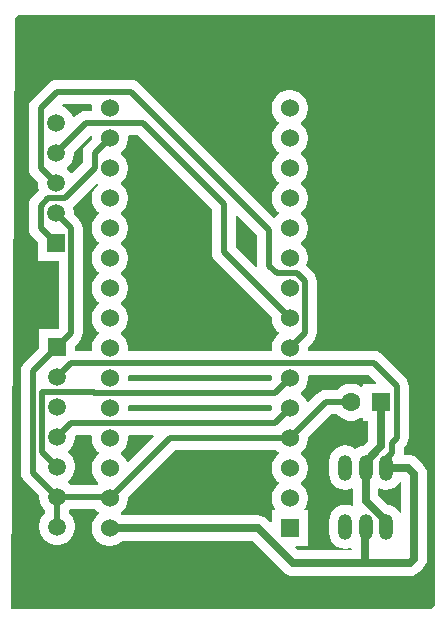
<source format=gbl>
G04*
G04 #@! TF.GenerationSoftware,Altium Limited,Altium Designer,21.3.2 (30)*
G04*
G04 Layer_Physical_Order=2*
G04 Layer_Color=16711680*
%FSTAX24Y24*%
%MOIN*%
G70*
G04*
G04 #@! TF.SameCoordinates,E1B680ED-D902-4D1E-8AC8-1ED81694537C*
G04*
G04*
G04 #@! TF.FilePolarity,Positive*
G04*
G01*
G75*
%ADD13C,0.0250*%
%ADD22R,0.0598X0.0598*%
%ADD23C,0.0598*%
%ADD24C,0.0600*%
%ADD25R,0.0600X0.0600*%
%ADD26O,0.0472X0.0866*%
%ADD27R,0.0630X0.0630*%
%ADD28C,0.0630*%
%ADD29C,0.0200*%
G36*
X0426Y01545D02*
X04245Y0153D01*
X028485D01*
X02845Y015335D01*
X0286Y035D01*
X0287Y0351D01*
X0426D01*
Y01545D01*
D02*
G37*
%LPC*%
G36*
X03245Y032953D02*
X03245Y032953D01*
X03D01*
X029896Y03294D01*
X029798Y032899D01*
X029715Y032835D01*
X029715Y032835D01*
X029165Y032285D01*
X029101Y032202D01*
X02906Y032104D01*
X029047Y032D01*
X029047Y032D01*
Y03D01*
X029047Y03D01*
X02906Y029896D01*
X029101Y029798D01*
X029165Y029715D01*
X029351Y029529D01*
Y029441D01*
X029374Y029325D01*
X029397Y029268D01*
X029165Y029035D01*
X029101Y028952D01*
X02906Y028854D01*
X029047Y02875D01*
X029047Y02875D01*
Y028D01*
X029047Y028D01*
X02906Y027896D01*
X029101Y027798D01*
X029165Y027715D01*
X029351Y027529D01*
Y026901D01*
X030047D01*
Y024667D01*
X030029Y024649D01*
X029401D01*
Y024021D01*
X028916Y023536D01*
X028851Y023453D01*
X028811Y023355D01*
X028797Y023251D01*
X028797Y023251D01*
Y019849D01*
X028797Y019849D01*
X028811Y019745D01*
X028851Y019647D01*
X028916Y019564D01*
X029401Y019079D01*
Y018991D01*
X029424Y018875D01*
X029469Y018766D01*
X029535Y018668D01*
X029597Y018606D01*
Y018494D01*
X029535Y018432D01*
X029469Y018334D01*
X029424Y018225D01*
X029401Y018109D01*
Y017991D01*
X029424Y017875D01*
X029469Y017766D01*
X029535Y017668D01*
X029618Y017585D01*
X029716Y017519D01*
X029825Y017474D01*
X029941Y017451D01*
X030059D01*
X030175Y017474D01*
X030284Y017519D01*
X030382Y017585D01*
X030465Y017668D01*
X030531Y017766D01*
X030576Y017875D01*
X030599Y017991D01*
Y018109D01*
X030576Y018225D01*
X030531Y018334D01*
X030465Y018432D01*
X030403Y018494D01*
Y018606D01*
X030444Y018647D01*
X031265D01*
X031284Y018618D01*
X031368Y018534D01*
X031381Y018525D01*
Y018475D01*
X031368Y018466D01*
X031284Y018382D01*
X031218Y018284D01*
X031173Y018175D01*
X03115Y018059D01*
Y017941D01*
X031173Y017825D01*
X031218Y017716D01*
X031284Y017618D01*
X031368Y017534D01*
X031466Y017468D01*
X031575Y017423D01*
X031691Y0174D01*
X031809D01*
X031925Y017423D01*
X032034Y017468D01*
X032132Y017534D01*
X03217Y017571D01*
X036512D01*
X037555Y016529D01*
X037644Y016461D01*
X037747Y016418D01*
X037858Y016403D01*
X041754D01*
X041865Y016418D01*
X041968Y016461D01*
X042057Y016529D01*
X042203Y016675D01*
X042271Y016764D01*
X042314Y016867D01*
X042329Y016978D01*
Y019804D01*
X042314Y019914D01*
X042271Y020018D01*
X042203Y020107D01*
X041988Y020322D01*
X041899Y02039D01*
X041796Y020433D01*
X041685Y020447D01*
X041587D01*
X041554Y020485D01*
X041555Y020491D01*
Y020684D01*
X041605Y020735D01*
X041605Y020735D01*
X041669Y020818D01*
X04171Y020916D01*
X041723Y02102D01*
X041723Y02102D01*
Y02275D01*
X04171Y022854D01*
X041669Y022952D01*
X041605Y023035D01*
X040855Y023785D01*
X040772Y023849D01*
X040674Y02389D01*
X04057Y023903D01*
X04057Y023903D01*
X038381D01*
X03835Y023941D01*
Y024029D01*
X038535Y024215D01*
X038535Y024215D01*
X038599Y024298D01*
X03864Y024396D01*
X038653Y0245D01*
X038653Y0245D01*
Y02625D01*
X03864Y026354D01*
X038599Y026452D01*
X038535Y026535D01*
X038535Y026535D01*
X038303Y026767D01*
X038327Y026825D01*
X03835Y026941D01*
Y027059D01*
X038327Y027175D01*
X038282Y027284D01*
X038216Y027382D01*
X038132Y027466D01*
X038119Y027475D01*
Y027525D01*
X038132Y027534D01*
X038216Y027618D01*
X038282Y027716D01*
X038327Y027825D01*
X03835Y027941D01*
Y028059D01*
X038327Y028175D01*
X038282Y028284D01*
X038216Y028382D01*
X038132Y028466D01*
X038119Y028475D01*
Y028525D01*
X038132Y028534D01*
X038216Y028618D01*
X038282Y028716D01*
X038327Y028825D01*
X03835Y028941D01*
Y029059D01*
X038327Y029175D01*
X038282Y029284D01*
X038216Y029382D01*
X038132Y029466D01*
X038119Y029475D01*
Y029525D01*
X038132Y029534D01*
X038216Y029618D01*
X038282Y029716D01*
X038327Y029825D01*
X03835Y029941D01*
Y030059D01*
X038327Y030175D01*
X038282Y030284D01*
X038216Y030382D01*
X038132Y030466D01*
X038119Y030475D01*
Y030525D01*
X038132Y030534D01*
X038216Y030618D01*
X038282Y030716D01*
X038327Y030825D01*
X03835Y030941D01*
Y031059D01*
X038327Y031175D01*
X038282Y031284D01*
X038216Y031382D01*
X038132Y031466D01*
X038119Y031475D01*
Y031525D01*
X038132Y031534D01*
X038216Y031618D01*
X038282Y031716D01*
X038327Y031825D01*
X03835Y031941D01*
Y032059D01*
X038327Y032175D01*
X038282Y032284D01*
X038216Y032382D01*
X038132Y032466D01*
X038034Y032532D01*
X037925Y032577D01*
X037809Y0326D01*
X037691D01*
X037575Y032577D01*
X037466Y032532D01*
X037368Y032466D01*
X037284Y032382D01*
X037218Y032284D01*
X037173Y032175D01*
X03715Y032059D01*
Y031941D01*
X037173Y031825D01*
X037218Y031716D01*
X037284Y031618D01*
X037368Y031534D01*
X037381Y031525D01*
Y031475D01*
X037368Y031466D01*
X037284Y031382D01*
X037218Y031284D01*
X037173Y031175D01*
X03715Y031059D01*
Y030941D01*
X037173Y030825D01*
X037218Y030716D01*
X037284Y030618D01*
X037368Y030534D01*
X037381Y030525D01*
Y030475D01*
X037368Y030466D01*
X037284Y030382D01*
X037218Y030284D01*
X037173Y030175D01*
X03715Y030059D01*
Y029941D01*
X037173Y029825D01*
X037218Y029716D01*
X037284Y029618D01*
X037368Y029534D01*
X037381Y029525D01*
Y029475D01*
X037368Y029466D01*
X037284Y029382D01*
X037218Y029284D01*
X037173Y029175D01*
X03715Y029059D01*
Y028941D01*
X037173Y028825D01*
X037218Y028716D01*
X037284Y028618D01*
X037368Y028534D01*
X037381Y028525D01*
Y028475D01*
X037368Y028466D01*
X037284Y028382D01*
X037267Y028358D01*
X037218Y028353D01*
X032735Y032835D01*
X032652Y032899D01*
X032554Y03294D01*
X03245Y032953D01*
D02*
G37*
%LPD*%
G36*
X03116Y032108D02*
X03115Y032059D01*
Y031941D01*
X031119Y031903D01*
X03095D01*
X03095Y031903D01*
X030846Y03189D01*
X030748Y031849D01*
X030665Y031785D01*
X030665Y031785D01*
X030572Y031693D01*
X030514Y031705D01*
X030481Y031784D01*
X030415Y031882D01*
X030332Y031965D01*
X030234Y032031D01*
X030162Y032061D01*
X030151Y03211D01*
X030182Y032147D01*
X031128D01*
X03116Y032108D01*
D02*
G37*
G36*
X031149Y03106D02*
X03115Y031059D01*
Y030971D01*
X030965Y030785D01*
X030901Y030702D01*
X03086Y030604D01*
X030847Y0305D01*
X030847Y0305D01*
Y030167D01*
X030502Y029822D01*
X030452Y029827D01*
X030415Y029882D01*
X030332Y029965D01*
X030318Y029975D01*
Y030025D01*
X030332Y030035D01*
X030415Y030118D01*
X030481Y030216D01*
X030526Y030325D01*
X030549Y030441D01*
Y030529D01*
X031104Y031083D01*
X031149Y03106D01*
D02*
G37*
G36*
X036667Y027763D02*
Y02675D01*
X036667Y02675D01*
X03667Y026721D01*
X036623Y026698D01*
X035953Y027367D01*
Y028411D01*
X036Y02843D01*
X036667Y027763D01*
D02*
G37*
G36*
X035147Y028633D02*
Y0272D01*
X035147Y0272D01*
X03516Y027096D01*
X035201Y026998D01*
X035265Y026915D01*
X03715Y025029D01*
Y024941D01*
X037173Y024825D01*
X037218Y024716D01*
X037284Y024618D01*
X037368Y024534D01*
X037381Y024525D01*
Y024475D01*
X037368Y024466D01*
X037284Y024382D01*
X037218Y024284D01*
X037173Y024175D01*
X03715Y024059D01*
Y023941D01*
X037119Y023903D01*
X032381D01*
X03235Y023941D01*
Y024059D01*
X032327Y024175D01*
X032282Y024284D01*
X032216Y024382D01*
X032132Y024466D01*
X032119Y024475D01*
Y024525D01*
X032132Y024534D01*
X032216Y024618D01*
X032282Y024716D01*
X032327Y024825D01*
X03235Y024941D01*
Y025059D01*
X032327Y025175D01*
X032282Y025284D01*
X032216Y025382D01*
X032132Y025466D01*
X032119Y025475D01*
Y025525D01*
X032132Y025534D01*
X032216Y025618D01*
X032282Y025716D01*
X032327Y025825D01*
X03235Y025941D01*
Y026059D01*
X032327Y026175D01*
X032282Y026284D01*
X032216Y026382D01*
X032132Y026466D01*
X032119Y026475D01*
Y026525D01*
X032132Y026534D01*
X032216Y026618D01*
X032282Y026716D01*
X032327Y026825D01*
X03235Y026941D01*
Y027059D01*
X032327Y027175D01*
X032282Y027284D01*
X032216Y027382D01*
X032132Y027466D01*
X032119Y027475D01*
Y027525D01*
X032132Y027534D01*
X032216Y027618D01*
X032282Y027716D01*
X032327Y027825D01*
X03235Y027941D01*
Y028059D01*
X032327Y028175D01*
X032282Y028284D01*
X032216Y028382D01*
X032132Y028466D01*
X032119Y028475D01*
Y028525D01*
X032132Y028534D01*
X032216Y028618D01*
X032282Y028716D01*
X032327Y028825D01*
X03235Y028941D01*
Y029059D01*
X032327Y029175D01*
X032282Y029284D01*
X032216Y029382D01*
X032132Y029466D01*
X032119Y029475D01*
Y029525D01*
X032132Y029534D01*
X032216Y029618D01*
X032282Y029716D01*
X032327Y029825D01*
X03235Y029941D01*
Y030059D01*
X032327Y030175D01*
X032282Y030284D01*
X032216Y030382D01*
X032132Y030466D01*
X032119Y030475D01*
Y030525D01*
X032132Y030534D01*
X032216Y030618D01*
X032282Y030716D01*
X032327Y030825D01*
X03235Y030941D01*
Y031059D01*
X032381Y031097D01*
X032683D01*
X035147Y028633D01*
D02*
G37*
G36*
X031339Y029507D02*
X031343Y029502D01*
X03135Y029448D01*
X031284Y029382D01*
X031218Y029284D01*
X031173Y029175D01*
X03115Y029059D01*
Y028941D01*
X031173Y028825D01*
X031218Y028716D01*
X031284Y028618D01*
X031368Y028534D01*
X031381Y028525D01*
Y028475D01*
X031368Y028466D01*
X031284Y028382D01*
X031218Y028284D01*
X031173Y028175D01*
X03115Y028059D01*
Y027941D01*
X031173Y027825D01*
X031218Y027716D01*
X031284Y027618D01*
X031368Y027534D01*
X031381Y027525D01*
Y027475D01*
X031368Y027466D01*
X031284Y027382D01*
X031218Y027284D01*
X031173Y027175D01*
X03115Y027059D01*
Y026941D01*
X031173Y026825D01*
X031218Y026716D01*
X031284Y026618D01*
X031368Y026534D01*
X031381Y026525D01*
Y026475D01*
X031368Y026466D01*
X031284Y026382D01*
X031218Y026284D01*
X031173Y026175D01*
X03115Y026059D01*
Y025941D01*
X031173Y025825D01*
X031218Y025716D01*
X031284Y025618D01*
X031368Y025534D01*
X031381Y025525D01*
Y025475D01*
X031368Y025466D01*
X031284Y025382D01*
X031218Y025284D01*
X031173Y025175D01*
X03115Y025059D01*
Y024941D01*
X031173Y024825D01*
X031218Y024716D01*
X031284Y024618D01*
X031368Y024534D01*
X031381Y024525D01*
Y024475D01*
X031368Y024466D01*
X031284Y024382D01*
X031218Y024284D01*
X031173Y024175D01*
X03115Y024059D01*
Y023941D01*
X031119Y023903D01*
X030599D01*
Y024079D01*
X030735Y024215D01*
X030799Y024298D01*
X03084Y024396D01*
X030853Y0245D01*
Y028D01*
X030853Y028D01*
X03084Y028104D01*
X030799Y028202D01*
X030735Y028285D01*
X030735Y028285D01*
X030549Y028471D01*
Y028559D01*
X030526Y028675D01*
X030516Y0287D01*
X030535Y028715D01*
X031331Y02951D01*
X031339Y029507D01*
D02*
G37*
G36*
X03715Y023059D02*
Y022971D01*
X037083Y022903D01*
X032381D01*
X03235Y022941D01*
Y023059D01*
X032381Y023097D01*
X037119D01*
X03715Y023059D01*
D02*
G37*
G36*
X040638Y022861D02*
X040619Y022815D01*
X040185D01*
Y022735D01*
X040141Y022712D01*
X040091Y022745D01*
X039979Y022791D01*
X039861Y022815D01*
X039739D01*
X039621Y022791D01*
X039509Y022745D01*
X039408Y022678D01*
X039334Y022603D01*
X03895D01*
X038846Y02259D01*
X038748Y022549D01*
X038665Y022485D01*
X038665Y022485D01*
X038373Y022194D01*
X038314Y022206D01*
X038282Y022284D01*
X038216Y022382D01*
X038132Y022466D01*
X038119Y022475D01*
Y022525D01*
X038132Y022534D01*
X038216Y022618D01*
X038282Y022716D01*
X038327Y022825D01*
X03835Y022941D01*
Y023059D01*
X038381Y023097D01*
X040403D01*
X040638Y022861D01*
D02*
G37*
G36*
X03715Y022059D02*
Y021971D01*
X037083Y021903D01*
X032381D01*
X03235Y021941D01*
Y022059D01*
X032381Y022097D01*
X037119D01*
X03715Y022059D01*
D02*
G37*
G36*
X039408Y021722D02*
X039509Y021655D01*
X039621Y021609D01*
X039739Y021585D01*
X039861D01*
X039979Y021609D01*
X040091Y021655D01*
X040141Y021688D01*
X040185Y021665D01*
Y021585D01*
X040371D01*
Y020912D01*
X040205Y020746D01*
X040141Y020738D01*
X04001Y020684D01*
X039946Y020634D01*
X039882Y020684D01*
X039751Y020738D01*
X039611Y020756D01*
X039471Y020738D01*
X039341Y020684D01*
X039229Y020598D01*
X039143Y020486D01*
X039089Y020355D01*
X039071Y020215D01*
Y019822D01*
X039089Y019682D01*
X039143Y019551D01*
X039229Y019439D01*
X039341Y019353D01*
X039471Y019299D01*
X039611Y019281D01*
X039751Y019299D01*
X03981Y019324D01*
X039852Y019296D01*
Y018916D01*
X039867Y018805D01*
X039881Y01877D01*
X039843Y018731D01*
X039751Y018769D01*
X039611Y018788D01*
X039471Y018769D01*
X039341Y018715D01*
X039229Y018629D01*
X039143Y018517D01*
X039089Y018387D01*
X039071Y018247D01*
Y017853D01*
X039089Y017713D01*
X039143Y017583D01*
X039229Y017471D01*
X039341Y017385D01*
X039471Y017331D01*
X039611Y017312D01*
X039751Y017331D01*
X039783Y017344D01*
X039825Y017316D01*
Y01726D01*
X038036D01*
X037942Y017354D01*
X037962Y0174D01*
X03835D01*
Y0186D01*
X038264D01*
X038238Y01865D01*
X038282Y018716D01*
X038327Y018825D01*
X03835Y018941D01*
Y019059D01*
X038327Y019175D01*
X038282Y019284D01*
X038216Y019382D01*
X038132Y019466D01*
X038119Y019475D01*
Y019525D01*
X038132Y019534D01*
X038216Y019618D01*
X038282Y019716D01*
X038327Y019825D01*
X03835Y019941D01*
Y020059D01*
X038327Y020175D01*
X038282Y020284D01*
X038216Y020382D01*
X038132Y020466D01*
X038119Y020475D01*
Y020525D01*
X038132Y020534D01*
X038216Y020618D01*
X038282Y020716D01*
X038327Y020825D01*
X03835Y020941D01*
Y021029D01*
X039117Y021797D01*
X039334D01*
X039408Y021722D01*
D02*
G37*
G36*
X03323Y02105D02*
X032373Y020194D01*
X032314Y020206D01*
X032282Y020284D01*
X032216Y020382D01*
X032132Y020466D01*
X032119Y020475D01*
Y020525D01*
X032132Y020534D01*
X032216Y020618D01*
X032282Y020716D01*
X032327Y020825D01*
X03235Y020941D01*
Y021059D01*
X032381Y021097D01*
X033211D01*
X03323Y02105D01*
D02*
G37*
G36*
X03115Y021059D02*
Y020941D01*
X031173Y020825D01*
X031218Y020716D01*
X031284Y020618D01*
X031368Y020534D01*
X031381Y020525D01*
Y020475D01*
X031368Y020466D01*
X031284Y020382D01*
X031218Y020284D01*
X031173Y020175D01*
X03115Y020059D01*
Y019941D01*
X031173Y019825D01*
X031218Y019716D01*
X031284Y019618D01*
X031365Y019536D01*
X031368Y019524D01*
X031368Y01948D01*
X03134Y019453D01*
X030444D01*
X030382Y019515D01*
X030368Y019525D01*
Y019575D01*
X030382Y019585D01*
X030465Y019668D01*
X030531Y019766D01*
X030576Y019875D01*
X030599Y019991D01*
Y020109D01*
X030576Y020225D01*
X030531Y020334D01*
X030465Y020432D01*
X030382Y020515D01*
X030368Y020525D01*
Y020575D01*
X030382Y020585D01*
X030465Y020668D01*
X030531Y020766D01*
X030576Y020875D01*
X030599Y020991D01*
Y021079D01*
X030617Y021097D01*
X031119D01*
X03115Y021059D01*
D02*
G37*
G36*
X041471Y019548D02*
Y018518D01*
X041422Y018508D01*
X041418Y018517D01*
X041332Y018629D01*
X04122Y018715D01*
X04109Y018769D01*
X041025Y018778D01*
X040709Y019094D01*
Y019296D01*
X040751Y019324D01*
X04081Y019299D01*
X04095Y019281D01*
X04109Y019299D01*
X04122Y019353D01*
X041332Y019439D01*
X041418Y019551D01*
X041421Y019558D01*
X041471Y019548D01*
D02*
G37*
G36*
X037368Y020534D02*
X037381Y020525D01*
Y020475D01*
X037368Y020466D01*
X037284Y020382D01*
X037218Y020284D01*
X037173Y020175D01*
X03715Y020059D01*
Y019941D01*
X037173Y019825D01*
X037218Y019716D01*
X037284Y019618D01*
X037368Y019534D01*
X037381Y019525D01*
Y019475D01*
X037368Y019466D01*
X037284Y019382D01*
X037218Y019284D01*
X037173Y019175D01*
X03715Y019059D01*
Y018941D01*
X037173Y018825D01*
X037218Y018716D01*
X037262Y01865D01*
X037236Y0186D01*
X03715D01*
Y018212D01*
X037104Y018192D01*
X036993Y018303D01*
X036904Y018371D01*
X036801Y018414D01*
X03669Y018429D01*
X03217D01*
X032132Y018466D01*
X032119Y018475D01*
Y018525D01*
X032132Y018534D01*
X032216Y018618D01*
X032282Y018716D01*
X032327Y018825D01*
X03235Y018941D01*
Y019029D01*
X033917Y020597D01*
X037305D01*
X037368Y020534D01*
D02*
G37*
D13*
X040281Y018916D02*
X04095Y018247D01*
X040281Y018916D02*
Y020018D01*
X04095Y01805D02*
Y018247D01*
X040281Y020018D02*
Y020215D01*
X0408Y020735D01*
Y0222D01*
X0419Y016978D02*
Y019804D01*
X04095Y020018D02*
X041685D01*
X0419Y019804D01*
X040253Y016832D02*
X041754D01*
X0419Y016978D01*
X040253Y018023D02*
X040281Y01805D01*
X040253Y016832D02*
Y018023D01*
X037858Y016832D02*
X040253D01*
X03669Y018D02*
X037858Y016832D01*
X03175Y018D02*
X03669D01*
D22*
X02995Y0275D02*
D03*
X03Y02405D02*
D03*
D23*
X02995Y0285D02*
D03*
Y0295D02*
D03*
Y0305D02*
D03*
Y0315D02*
D03*
X03Y01805D02*
D03*
Y01905D02*
D03*
Y02005D02*
D03*
Y02105D02*
D03*
Y02305D02*
D03*
Y02205D02*
D03*
D24*
X03175Y032D02*
D03*
Y031D02*
D03*
Y029D02*
D03*
Y028D02*
D03*
Y03D02*
D03*
Y027D02*
D03*
Y026D02*
D03*
Y025D02*
D03*
Y024D02*
D03*
Y023D02*
D03*
Y022D02*
D03*
Y021D02*
D03*
Y02D02*
D03*
Y019D02*
D03*
X03775Y032D02*
D03*
Y031D02*
D03*
X03175Y018D02*
D03*
X03775Y019D02*
D03*
Y02D02*
D03*
Y021D02*
D03*
Y022D02*
D03*
Y023D02*
D03*
Y024D02*
D03*
Y025D02*
D03*
Y026D02*
D03*
Y027D02*
D03*
Y028D02*
D03*
Y029D02*
D03*
Y03D02*
D03*
D25*
Y018D02*
D03*
D26*
X04095Y020018D02*
D03*
X040281D02*
D03*
X039611D02*
D03*
Y01805D02*
D03*
X040281D02*
D03*
X04095D02*
D03*
D27*
X0408Y0222D02*
D03*
D28*
X0398D02*
D03*
D29*
X03375Y021D02*
X03775D01*
X03175Y019D02*
X03375Y021D01*
X041152Y020491D02*
Y020852D01*
X04132Y02102D01*
X04095Y020018D02*
Y020289D01*
X041152Y020491D01*
X04132Y02102D02*
Y02275D01*
X03Y02305D02*
X03045Y0235D01*
X04057D01*
X04132Y02275D01*
X031201Y022549D02*
X03125Y0225D01*
X03725D01*
X029501Y020549D02*
X03Y02005D01*
X029501Y022549D02*
X031201D01*
X029501Y020549D02*
Y022549D01*
X029201Y023251D02*
X03Y02405D01*
X029201Y019849D02*
Y023251D01*
X03Y02105D02*
X03045Y0215D01*
X029201Y019849D02*
X03Y01905D01*
X03045Y0215D02*
X03725D01*
X03Y02405D02*
X03045Y0245D01*
X03Y01805D02*
Y01905D01*
X0317D01*
X03175Y019D01*
X02995Y0305D02*
X03095Y0315D01*
X03285D01*
X03555Y0288D01*
Y0272D02*
Y0288D01*
Y0272D02*
X03775Y025D01*
X02945Y03D02*
X02995Y0295D01*
X02945Y03D02*
Y032D01*
X03Y03255D01*
X03245D01*
X03707Y02793D01*
Y02675D02*
Y02793D01*
Y02675D02*
X03732Y0265D01*
X038D01*
X03825Y02625D01*
Y0245D02*
Y02625D01*
X03775Y024D02*
X03825Y0245D01*
X03725Y0225D02*
X03775Y023D01*
Y021D02*
X03895Y0222D01*
X0398D01*
X03125Y0305D02*
X03175Y031D01*
X03125Y03D02*
Y0305D01*
X03025Y029D02*
X03125Y03D01*
X0297Y029D02*
X03025D01*
X02945Y02875D02*
X0297Y029D01*
X02945Y028D02*
Y02875D01*
Y028D02*
X02995Y0275D01*
X03725Y0215D02*
X03775Y022D01*
X02995Y0285D02*
X03045Y028D01*
Y0245D02*
Y028D01*
M02*

</source>
